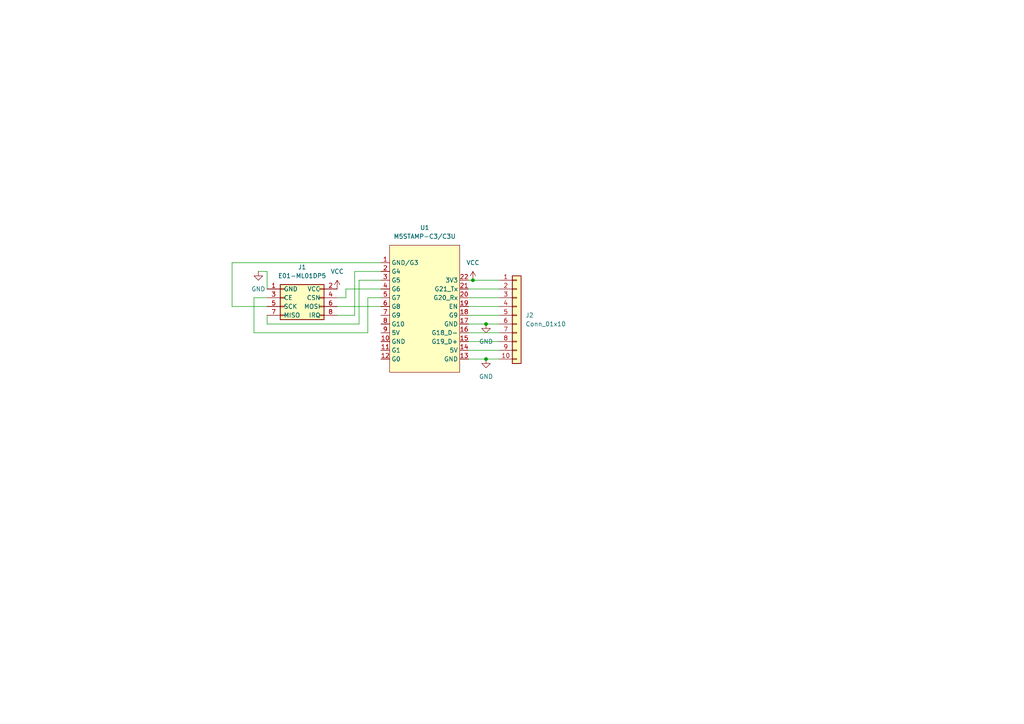
<source format=kicad_sch>
(kicad_sch (version 20231120) (generator "eeschema") (generator_version "8.0")
  (paper "A4")
  (lib_symbols
    (symbol "Boad_dev:E01-ML01DP5" (pin_names (offset 1.016))
      (property "Reference" "J" (at 0.254 5.334 0))
      (property "Value" "E01-ML01DP5" (at 0.508 -7.874 0))
      (symbol "E01-ML01DP5_1_1"
        (rectangle (start -6.35 -4.953) (end -5.08 -5.207) (stroke (width 0.1524)))
        (rectangle (start -6.35 -2.413) (end -5.08 -2.667) (stroke (width 0.1524)))
        (rectangle (start -6.35 0.127) (end -5.08 -0.127) (stroke (width 0.1524)))
        (rectangle (start -6.35 2.667) (end -5.08 2.413) (stroke (width 0.1524)))
        (rectangle (start -6.35 3.81) (end 6.35 -6.35) (stroke (width 0.254)) (fill (type background)))
        (rectangle (start 5.08 0.127) (end 6.35 -0.127) (stroke (width 0.1524)))
        (rectangle (start 5.08 2.667) (end 6.35 2.413) (stroke (width 0.1524)))
        (rectangle (start 6.35 -4.953) (end 5.08 -5.207) (stroke (width 0.1524)))
        (rectangle (start 6.35 -2.413) (end 5.08 -2.667) (stroke (width 0.1524)))
        (pin passive line (at -10.16 2.54 0) (length 3.81) (name "GND") (number "1"))
        (pin passive line (at 10.16 2.54 180) (length 3.81) (name "VCC") (number "2"))
        (pin passive line (at -10.16 0 0) (length 3.81) (name "CE") (number "3"))
        (pin passive line (at 10.16 0 180) (length 3.81) (name "CSN") (number "4"))
        (pin passive line (at -10.16 -2.54 0) (length 3.81) (name "SCK") (number "5"))
        (pin passive line (at 10.16 -2.54 180) (length 3.81) (name "MOSI") (number "6"))
        (pin passive line (at -10.16 -5.08 0) (length 3.81) (name "MISO") (number "7"))
        (pin passive line (at 10.16 -5.08 180) (length 3.81) (name "IRQ") (number "8"))
      )
    )
    (symbol "Boad_dev:M5STAMP-C3/C3U"
      (property "Reference" "U" (at 0 20.32 0))
      (property "Value" "M5STAMP-C3/C3U" (at 1.27 17.78 0))
      (symbol "M5STAMP-C3/C3U_0_1"
        (rectangle (start -10.16 19.05) (end 10.16 -17.78) (stroke (width 0.1524)) (fill (type background)))
      )
      (symbol "M5STAMP-C3/C3U_1_1"
        (pin bidirectional line (at -12.7 13.97 0) (length 2.54) (name "GND/G3") (number "1"))
        (pin power_in line (at -12.7 -8.89 0) (length 2.54) (name "GND") (number "10"))
        (pin bidirectional line (at -12.7 -11.43 0) (length 2.54) (name "G1") (number "11"))
        (pin bidirectional line (at -12.7 -13.97 0) (length 2.54) (name "G0") (number "12"))
        (pin power_in line (at 12.7 -13.97 180) (length 2.54) (name "GND") (number "13"))
        (pin power_in line (at 12.7 -11.43 180) (length 2.54) (name "5V") (number "14"))
        (pin bidirectional line (at 12.7 -8.89 180) (length 2.54) (name "G19_D+") (number "15"))
        (pin bidirectional line (at 12.7 -6.35 180) (length 2.54) (name "G18_D-") (number "16"))
        (pin power_in line (at 12.7 -3.81 180) (length 2.54) (name "GND") (number "17"))
        (pin bidirectional line (at 12.7 -1.27 180) (length 2.54) (name "G9") (number "18"))
        (pin input line (at 12.7 1.27 180) (length 2.54) (name "EN") (number "19"))
        (pin bidirectional line (at -12.7 11.43 0) (length 2.54) (name "G4") (number "2"))
        (pin bidirectional line (at 12.7 3.81 180) (length 2.54) (name "G20_Rx") (number "20"))
        (pin bidirectional line (at 12.7 6.35 180) (length 2.54) (name "G21_Tx") (number "21"))
        (pin power_out line (at 12.7 8.89 180) (length 2.54) (name "3V3") (number "22"))
        (pin bidirectional line (at -12.7 8.89 0) (length 2.54) (name "G5") (number "3"))
        (pin bidirectional line (at -12.7 6.35 0) (length 2.54) (name "G6") (number "4"))
        (pin bidirectional line (at -12.7 3.81 0) (length 2.54) (name "G7") (number "5"))
        (pin bidirectional line (at -12.7 1.27 0) (length 2.54) (name "G8") (number "6"))
        (pin bidirectional line (at -12.7 -1.27 0) (length 2.54) (name "G9") (number "7"))
        (pin bidirectional line (at -12.7 -3.81 0) (length 2.54) (name "G10") (number "8"))
        (pin power_in line (at -12.7 -6.35 0) (length 2.54) (name "5V") (number "9"))
      )
    )
    (symbol "Connector_Generic:Conn_01x10" (pin_names (offset 1.016) hide)
      (property "Reference" "J" (at 0 12.7 0))
      (property "Value" "Conn_01x10" (at 0 -15.24 0))
      (symbol "Conn_01x10_1_1"
        (rectangle (start -1.27 -12.573) (end 0 -12.827) (stroke (width 0.1524)))
        (rectangle (start -1.27 -10.033) (end 0 -10.287) (stroke (width 0.1524)))
        (rectangle (start -1.27 -7.493) (end 0 -7.747) (stroke (width 0.1524)))
        (rectangle (start -1.27 -4.953) (end 0 -5.207) (stroke (width 0.1524)))
        (rectangle (start -1.27 -2.413) (end 0 -2.667) (stroke (width 0.1524)))
        (rectangle (start -1.27 0.127) (end 0 -0.127) (stroke (width 0.1524)))
        (rectangle (start -1.27 2.667) (end 0 2.413) (stroke (width 0.1524)))
        (rectangle (start -1.27 5.207) (end 0 4.953) (stroke (width 0.1524)))
        (rectangle (start -1.27 7.747) (end 0 7.493) (stroke (width 0.1524)))
        (rectangle (start -1.27 10.287) (end 0 10.033) (stroke (width 0.1524)))
        (rectangle (start -1.27 11.43) (end 1.27 -13.97) (stroke (width 0.254)) (fill (type background)))
        (pin passive line (at -5.08 10.16 0) (length 3.81) (name "Pin_1") (number "1"))
        (pin passive line (at -5.08 -12.7 0) (length 3.81) (name "Pin_10") (number "10"))
        (pin passive line (at -5.08 7.62 0) (length 3.81) (name "Pin_2") (number "2"))
        (pin passive line (at -5.08 5.08 0) (length 3.81) (name "Pin_3") (number "3"))
        (pin passive line (at -5.08 2.54 0) (length 3.81) (name "Pin_4") (number "4"))
        (pin passive line (at -5.08 0 0) (length 3.81) (name "Pin_5") (number "5"))
        (pin passive line (at -5.08 -2.54 0) (length 3.81) (name "Pin_6") (number "6"))
        (pin passive line (at -5.08 -5.08 0) (length 3.81) (name "Pin_7") (number "7"))
        (pin passive line (at -5.08 -7.62 0) (length 3.81) (name "Pin_8") (number "8"))
        (pin passive line (at -5.08 -10.16 0) (length 3.81) (name "Pin_9") (number "9"))
      )
    )
    (symbol "power:GND" (power) (pin_numbers hide) (pin_names (offset 0) hide)
      (property "Value" "GND" (at 0 -3.81 0))
      (symbol "GND_0_1"
        (polyline (pts (xy 0 0) (xy 0 -1.27) (xy 1.27 -1.27) (xy 0 -2.54) (xy -1.27 -1.27) (xy 0 -1.27)))
      )
      (symbol "GND_1_1"
        (pin power_in line (at 0 0 270) (length 0) (name "~") (number "1"))
      )
    )
    (symbol "power:VCC" (power) (pin_numbers hide) (pin_names (offset 0) hide)
      (property "Value" "VCC" (at 0 3.556 0))
      (symbol "VCC_0_1"
        (polyline (pts (xy -0.762 1.27) (xy 0 2.54)))
        (polyline (pts (xy 0 0) (xy 0 2.54)))
        (polyline (pts (xy 0 2.54) (xy 0.762 1.27)))
      )
      (symbol "VCC_1_1"
        (pin power_in line (at 0 0 90) (length 0) (name "~") (number "1"))
      )
    )
  )
  (junction (at 140.97 104.14))
  (junction (at 137.16 81.28))
  (junction (at 140.97 93.98))
  (wire (pts (xy 135.89 104.14) (xy 140.97 104.14)))
  (wire (pts (xy 67.31 76.2) (xy 67.31 88.9)))
  (wire (pts (xy 77.47 78.74) (xy 74.93 78.74)))
  (wire (pts (xy 110.49 86.36) (xy 106.68 86.36)))
  (wire (pts (xy 135.89 99.06) (xy 144.78 99.06)))
  (wire (pts (xy 135.89 91.44) (xy 144.78 91.44)))
  (wire (pts (xy 73.66 86.36) (xy 77.47 86.36)))
  (wire (pts (xy 140.97 104.14) (xy 144.78 104.14)))
  (wire (pts (xy 104.14 93.98) (xy 77.47 93.98)))
  (wire (pts (xy 100.33 83.82) (xy 100.33 86.36)))
  (wire (pts (xy 135.89 83.82) (xy 144.78 83.82)))
  (wire (pts (xy 106.68 86.36) (xy 106.68 96.52)))
  (wire (pts (xy 110.49 76.2) (xy 67.31 76.2)))
  (wire (pts (xy 135.89 81.28) (xy 137.16 81.28)))
  (wire (pts (xy 110.49 81.28) (xy 104.14 81.28)))
  (wire (pts (xy 77.47 83.82) (xy 77.47 78.74)))
  (wire (pts (xy 140.97 93.98) (xy 144.78 93.98)))
  (wire (pts (xy 106.68 96.52) (xy 73.66 96.52)))
  (wire (pts (xy 135.89 101.6) (xy 144.78 101.6)))
  (wire (pts (xy 135.89 93.98) (xy 140.97 93.98)))
  (wire (pts (xy 102.87 78.74) (xy 102.87 91.44)))
  (wire (pts (xy 102.87 91.44) (xy 97.79 91.44)))
  (wire (pts (xy 77.47 93.98) (xy 77.47 91.44)))
  (wire (pts (xy 135.89 96.52) (xy 144.78 96.52)))
  (wire (pts (xy 100.33 83.82) (xy 110.49 83.82)))
  (wire (pts (xy 135.89 88.9) (xy 144.78 88.9)))
  (wire (pts (xy 135.89 86.36) (xy 144.78 86.36)))
  (wire (pts (xy 104.14 81.28) (xy 104.14 93.98)))
  (wire (pts (xy 67.31 88.9) (xy 77.47 88.9)))
  (wire (pts (xy 97.79 88.9) (xy 110.49 88.9)))
  (wire (pts (xy 97.79 86.36) (xy 100.33 86.36)))
  (wire (pts (xy 137.16 81.28) (xy 144.78 81.28)))
  (wire (pts (xy 73.66 86.36) (xy 73.66 96.52)))
  (wire (pts (xy 110.49 78.74) (xy 102.87 78.74)))
  (symbol (lib_id "power:GND") (at 140.97 93.98 0) (unit 1)
    (property "Reference" "#PWR02" (effects (hide yes)))
    (property "Value" "GND" (at 140.97 99.06 0))
    (property "Description" "Power symbol creates a global label with name \"GND\" , ground" (effects (hide yes)))
  )
  (symbol (lib_id "Connector_Generic:Conn_01x10") (at 149.86 91.44 0) (unit 1)
    (property "Reference" "J2" (at 152.4 91.4399 0) (effects (justify left)))
    (property "Value" "Conn_01x10" (at 152.4 93.9799 0) (effects (justify left)))
    (property "Footprint" "Connector_PinHeader_2.54mm:PinHeader_1x10_P2.54mm_Vertical" (effects (hide yes)))
    (property "Description" "Generic connector, single row, 01x10, script generated (kicad-library-utils/schlib/autogen/connector/)" (effects (hide yes)))
  )
  (symbol (lib_id "Boad_dev:E01-ML01DP5") (at 87.63 86.36 0) (unit 1)
    (property "Reference" "J1" (at 87.63 77.47 0))
    (property "Value" "E01-ML01DP5" (at 87.63 80.01 0))
    (property "Footprint" "train:E01-ML01DP5" (effects (hide yes)))
  )
  (symbol (lib_id "power:VCC") (at 137.16 81.28 0) (unit 1)
    (property "Reference" "#PWR07" (effects (hide yes)))
    (property "Value" "VCC" (at 137.16 76.2 0))
    (property "Description" "Power symbol creates a global label with name \"VCC\"" (effects (hide yes)))
  )
  (symbol (lib_id "power:VCC") (at 97.79 83.82 0) (unit 1)
    (property "Reference" "#PWR06" (effects (hide yes)))
    (property "Value" "VCC" (at 97.79 78.74 0))
    (property "Description" "Power symbol creates a global label with name \"VCC\"" (effects (hide yes)))
  )
  (symbol (lib_id "power:GND") (at 74.93 78.74 0) (unit 1)
    (property "Reference" "#PWR01" (effects (hide yes)))
    (property "Value" "GND" (at 74.93 83.82 0))
    (property "Description" "Power symbol creates a global label with name \"GND\" , ground" (effects (hide yes)))
  )
  (symbol (lib_id "Boad_dev:M5STAMP-C3/C3U") (at 123.19 90.17 0) (unit 1)
    (property "Reference" "U1" (at 123.19 66.04 0))
    (property "Value" "M5STAMP-C3/C3U" (at 123.19 68.58 0))
    (property "Footprint" "train:M5STAMP-C3C3U" (effects (hide yes)))
    (property "Datasheet" "https://docs.m5stack.com/en/core/stamp_c3" (effects (hide yes)))
  )
  (symbol (lib_id "power:GND") (at 140.97 104.14 0) (unit 1)
    (property "Reference" "#PWR03" (effects (hide yes)))
    (property "Value" "GND" (at 140.97 109.22 0))
    (property "Description" "Power symbol creates a global label with name \"GND\" , ground" (effects (hide yes)))
  )
)
</source>
